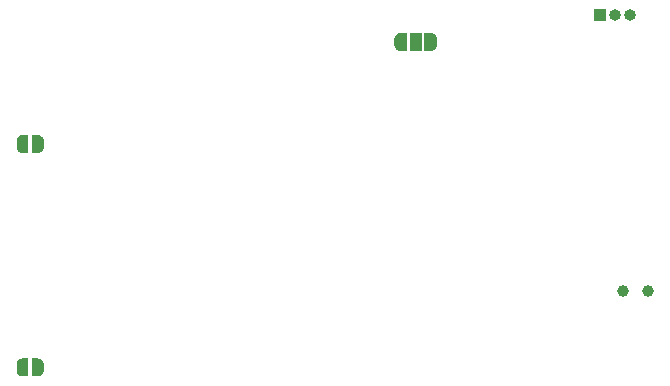
<source format=gbr>
%TF.GenerationSoftware,KiCad,Pcbnew,(5.1.10)-1*%
%TF.CreationDate,2021-11-28T20:39:18+00:00*%
%TF.ProjectId,pc_card_sound_barker,70635f63-6172-4645-9f73-6f756e645f62,rev?*%
%TF.SameCoordinates,Original*%
%TF.FileFunction,Soldermask,Bot*%
%TF.FilePolarity,Negative*%
%FSLAX46Y46*%
G04 Gerber Fmt 4.6, Leading zero omitted, Abs format (unit mm)*
G04 Created by KiCad (PCBNEW (5.1.10)-1) date 2021-11-28 20:39:18*
%MOMM*%
%LPD*%
G01*
G04 APERTURE LIST*
%ADD10C,0.100000*%
%ADD11R,1.000000X1.500000*%
%ADD12C,1.000000*%
%ADD13O,1.000000X1.000000*%
%ADD14R,1.000000X1.000000*%
G04 APERTURE END LIST*
D10*
%TO.C,JP3*%
G36*
X139815000Y-61226000D02*
G01*
X140365000Y-61226000D01*
X140365000Y-61226602D01*
X140389534Y-61226602D01*
X140438365Y-61231412D01*
X140486490Y-61240984D01*
X140533445Y-61255228D01*
X140578778Y-61274005D01*
X140622051Y-61297136D01*
X140662850Y-61324396D01*
X140700779Y-61355524D01*
X140735476Y-61390221D01*
X140766604Y-61428150D01*
X140793864Y-61468949D01*
X140816995Y-61512222D01*
X140835772Y-61557555D01*
X140850016Y-61604510D01*
X140859588Y-61652635D01*
X140864398Y-61701466D01*
X140864398Y-61726000D01*
X140865000Y-61726000D01*
X140865000Y-62226000D01*
X140864398Y-62226000D01*
X140864398Y-62250534D01*
X140859588Y-62299365D01*
X140850016Y-62347490D01*
X140835772Y-62394445D01*
X140816995Y-62439778D01*
X140793864Y-62483051D01*
X140766604Y-62523850D01*
X140735476Y-62561779D01*
X140700779Y-62596476D01*
X140662850Y-62627604D01*
X140622051Y-62654864D01*
X140578778Y-62677995D01*
X140533445Y-62696772D01*
X140486490Y-62711016D01*
X140438365Y-62720588D01*
X140389534Y-62725398D01*
X140365000Y-62725398D01*
X140365000Y-62726000D01*
X139815000Y-62726000D01*
X139815000Y-61226000D01*
G37*
D11*
X139065000Y-61976000D03*
D10*
G36*
X137765000Y-62725398D02*
G01*
X137740466Y-62725398D01*
X137691635Y-62720588D01*
X137643510Y-62711016D01*
X137596555Y-62696772D01*
X137551222Y-62677995D01*
X137507949Y-62654864D01*
X137467150Y-62627604D01*
X137429221Y-62596476D01*
X137394524Y-62561779D01*
X137363396Y-62523850D01*
X137336136Y-62483051D01*
X137313005Y-62439778D01*
X137294228Y-62394445D01*
X137279984Y-62347490D01*
X137270412Y-62299365D01*
X137265602Y-62250534D01*
X137265602Y-62226000D01*
X137265000Y-62226000D01*
X137265000Y-61726000D01*
X137265602Y-61726000D01*
X137265602Y-61701466D01*
X137270412Y-61652635D01*
X137279984Y-61604510D01*
X137294228Y-61557555D01*
X137313005Y-61512222D01*
X137336136Y-61468949D01*
X137363396Y-61428150D01*
X137394524Y-61390221D01*
X137429221Y-61355524D01*
X137467150Y-61324396D01*
X137507949Y-61297136D01*
X137551222Y-61274005D01*
X137596555Y-61255228D01*
X137643510Y-61240984D01*
X137691635Y-61231412D01*
X137740466Y-61226602D01*
X137765000Y-61226602D01*
X137765000Y-61226000D01*
X138315000Y-61226000D01*
X138315000Y-62726000D01*
X137765000Y-62726000D01*
X137765000Y-62725398D01*
G37*
%TD*%
%TO.C,JP1*%
G36*
X106576000Y-69862000D02*
G01*
X107076000Y-69862000D01*
X107076000Y-69862602D01*
X107100534Y-69862602D01*
X107149365Y-69867412D01*
X107197490Y-69876984D01*
X107244445Y-69891228D01*
X107289778Y-69910005D01*
X107333051Y-69933136D01*
X107373850Y-69960396D01*
X107411779Y-69991524D01*
X107446476Y-70026221D01*
X107477604Y-70064150D01*
X107504864Y-70104949D01*
X107527995Y-70148222D01*
X107546772Y-70193555D01*
X107561016Y-70240510D01*
X107570588Y-70288635D01*
X107575398Y-70337466D01*
X107575398Y-70362000D01*
X107576000Y-70362000D01*
X107576000Y-70862000D01*
X107575398Y-70862000D01*
X107575398Y-70886534D01*
X107570588Y-70935365D01*
X107561016Y-70983490D01*
X107546772Y-71030445D01*
X107527995Y-71075778D01*
X107504864Y-71119051D01*
X107477604Y-71159850D01*
X107446476Y-71197779D01*
X107411779Y-71232476D01*
X107373850Y-71263604D01*
X107333051Y-71290864D01*
X107289778Y-71313995D01*
X107244445Y-71332772D01*
X107197490Y-71347016D01*
X107149365Y-71356588D01*
X107100534Y-71361398D01*
X107076000Y-71361398D01*
X107076000Y-71362000D01*
X106576000Y-71362000D01*
X106576000Y-69862000D01*
G37*
G36*
X105776000Y-71361398D02*
G01*
X105751466Y-71361398D01*
X105702635Y-71356588D01*
X105654510Y-71347016D01*
X105607555Y-71332772D01*
X105562222Y-71313995D01*
X105518949Y-71290864D01*
X105478150Y-71263604D01*
X105440221Y-71232476D01*
X105405524Y-71197779D01*
X105374396Y-71159850D01*
X105347136Y-71119051D01*
X105324005Y-71075778D01*
X105305228Y-71030445D01*
X105290984Y-70983490D01*
X105281412Y-70935365D01*
X105276602Y-70886534D01*
X105276602Y-70862000D01*
X105276000Y-70862000D01*
X105276000Y-70362000D01*
X105276602Y-70362000D01*
X105276602Y-70337466D01*
X105281412Y-70288635D01*
X105290984Y-70240510D01*
X105305228Y-70193555D01*
X105324005Y-70148222D01*
X105347136Y-70104949D01*
X105374396Y-70064150D01*
X105405524Y-70026221D01*
X105440221Y-69991524D01*
X105478150Y-69960396D01*
X105518949Y-69933136D01*
X105562222Y-69910005D01*
X105607555Y-69891228D01*
X105654510Y-69876984D01*
X105702635Y-69867412D01*
X105751466Y-69862602D01*
X105776000Y-69862602D01*
X105776000Y-69862000D01*
X106276000Y-69862000D01*
X106276000Y-71362000D01*
X105776000Y-71362000D01*
X105776000Y-71361398D01*
G37*
%TD*%
D12*
%TO.C,TP2*%
X156591000Y-83058000D03*
%TD*%
%TO.C,TP1*%
X158750000Y-83058000D03*
%TD*%
D13*
%TO.C,J2*%
X157226000Y-59690000D03*
X155956000Y-59690000D03*
D14*
X154686000Y-59690000D03*
%TD*%
D10*
%TO.C,JP2*%
G36*
X105776000Y-90284398D02*
G01*
X105751466Y-90284398D01*
X105702635Y-90279588D01*
X105654510Y-90270016D01*
X105607555Y-90255772D01*
X105562222Y-90236995D01*
X105518949Y-90213864D01*
X105478150Y-90186604D01*
X105440221Y-90155476D01*
X105405524Y-90120779D01*
X105374396Y-90082850D01*
X105347136Y-90042051D01*
X105324005Y-89998778D01*
X105305228Y-89953445D01*
X105290984Y-89906490D01*
X105281412Y-89858365D01*
X105276602Y-89809534D01*
X105276602Y-89785000D01*
X105276000Y-89785000D01*
X105276000Y-89285000D01*
X105276602Y-89285000D01*
X105276602Y-89260466D01*
X105281412Y-89211635D01*
X105290984Y-89163510D01*
X105305228Y-89116555D01*
X105324005Y-89071222D01*
X105347136Y-89027949D01*
X105374396Y-88987150D01*
X105405524Y-88949221D01*
X105440221Y-88914524D01*
X105478150Y-88883396D01*
X105518949Y-88856136D01*
X105562222Y-88833005D01*
X105607555Y-88814228D01*
X105654510Y-88799984D01*
X105702635Y-88790412D01*
X105751466Y-88785602D01*
X105776000Y-88785602D01*
X105776000Y-88785000D01*
X106276000Y-88785000D01*
X106276000Y-90285000D01*
X105776000Y-90285000D01*
X105776000Y-90284398D01*
G37*
G36*
X106576000Y-88785000D02*
G01*
X107076000Y-88785000D01*
X107076000Y-88785602D01*
X107100534Y-88785602D01*
X107149365Y-88790412D01*
X107197490Y-88799984D01*
X107244445Y-88814228D01*
X107289778Y-88833005D01*
X107333051Y-88856136D01*
X107373850Y-88883396D01*
X107411779Y-88914524D01*
X107446476Y-88949221D01*
X107477604Y-88987150D01*
X107504864Y-89027949D01*
X107527995Y-89071222D01*
X107546772Y-89116555D01*
X107561016Y-89163510D01*
X107570588Y-89211635D01*
X107575398Y-89260466D01*
X107575398Y-89285000D01*
X107576000Y-89285000D01*
X107576000Y-89785000D01*
X107575398Y-89785000D01*
X107575398Y-89809534D01*
X107570588Y-89858365D01*
X107561016Y-89906490D01*
X107546772Y-89953445D01*
X107527995Y-89998778D01*
X107504864Y-90042051D01*
X107477604Y-90082850D01*
X107446476Y-90120779D01*
X107411779Y-90155476D01*
X107373850Y-90186604D01*
X107333051Y-90213864D01*
X107289778Y-90236995D01*
X107244445Y-90255772D01*
X107197490Y-90270016D01*
X107149365Y-90279588D01*
X107100534Y-90284398D01*
X107076000Y-90284398D01*
X107076000Y-90285000D01*
X106576000Y-90285000D01*
X106576000Y-88785000D01*
G37*
%TD*%
M02*

</source>
